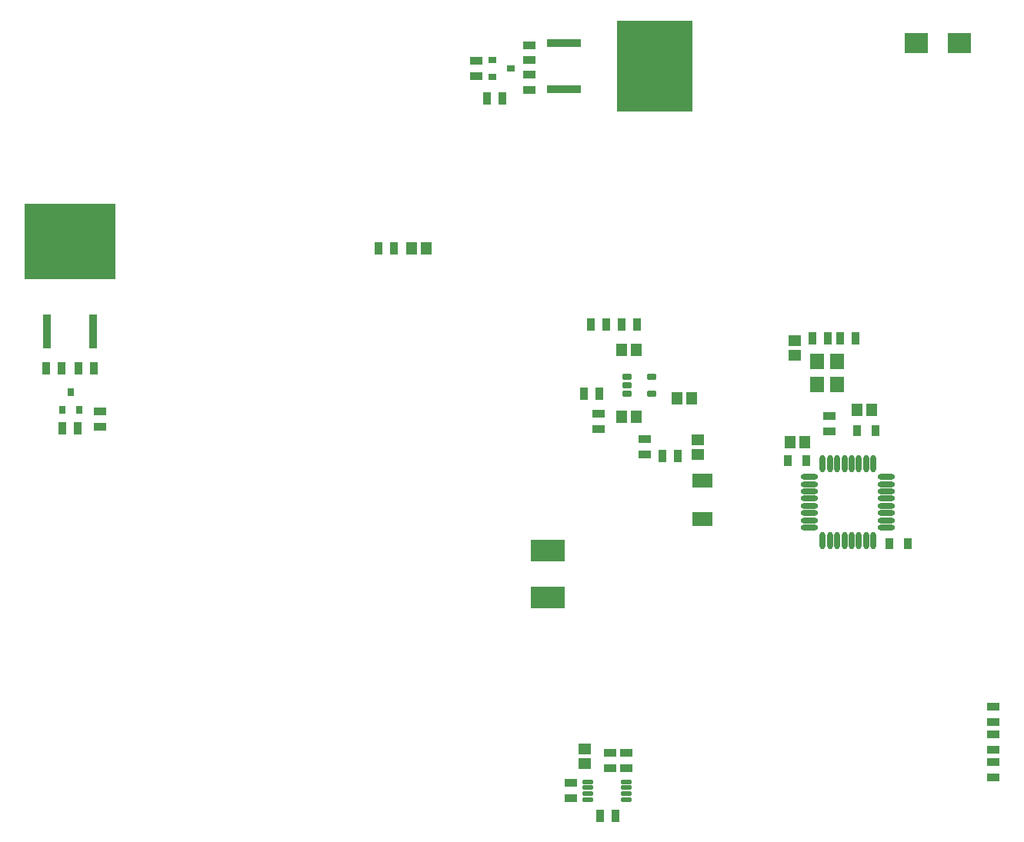
<source format=gbp>
%FSLAX23Y23*%
%MOIN*%
%SFA1B1*%

%IPPOS*%
%AMD87*
4,1,8,-0.022600,0.006900,-0.022600,-0.006900,-0.020700,-0.008900,0.020700,-0.008900,0.022600,-0.006900,0.022600,0.006900,0.020700,0.008900,-0.020700,0.008900,-0.022600,0.006900,0.0*
1,1,0.003900,-0.020700,0.006900*
1,1,0.003900,-0.020700,-0.006900*
1,1,0.003900,0.020700,-0.006900*
1,1,0.003900,0.020700,0.006900*
%
%AMD97*
4,1,8,0.019700,-0.009800,0.019700,0.009800,0.017700,0.011800,-0.017700,0.011800,-0.019700,0.009800,-0.019700,-0.009800,-0.017700,-0.011800,0.017700,-0.011800,0.019700,-0.009800,0.0*
1,1,0.004020,0.017700,-0.009800*
1,1,0.004020,0.017700,0.009800*
1,1,0.004020,-0.017700,0.009800*
1,1,0.004020,-0.017700,-0.009800*
%
%ADD25R,0.085830X0.063780*%
%ADD26R,0.053150X0.033470*%
%ADD27R,0.033470X0.053150*%
%ADD30R,0.057330X0.051360*%
%ADD31R,0.051360X0.057330*%
G04~CAMADD=87~8~0.0~0.0~177.2~452.8~19.5~0.0~15~0.0~0.0~0.0~0.0~0~0.0~0.0~0.0~0.0~0~0.0~0.0~0.0~90.0~454.0~177.0*
%ADD87D87*%
%ADD88R,0.151580X0.037400*%
%ADD89R,0.330710X0.397640*%
%ADD90R,0.037400X0.151580*%
%ADD91R,0.397640X0.330710*%
%ADD92R,0.037650X0.047490*%
%ADD93R,0.098430X0.086610*%
%ADD94R,0.031500X0.035430*%
%ADD95R,0.035430X0.031500*%
%ADD96R,0.145670X0.096460*%
G04~CAMADD=97~8~0.0~0.0~236.2~393.7~20.1~0.0~15~0.0~0.0~0.0~0.0~0~0.0~0.0~0.0~0.0~0~0.0~0.0~0.0~270.0~394.0~237.0*
%ADD97D97*%
%ADD98O,0.023620X0.076770*%
%ADD99O,0.076770X0.023620*%
%ADD100R,0.059060X0.066930*%
%LNpcb1-1*%
%LPD*%
G54D25*
X5220Y2843D03*
Y2676D03*
G54D26*
X6480Y1557D03*
Y1622D03*
X5770Y3122D03*
Y3057D03*
X4650Y1532D03*
Y1467D03*
X4970Y2957D03*
Y3022D03*
X4890Y1662D03*
Y1597D03*
X4240Y4662D03*
Y4597D03*
X2610Y3077D03*
Y3142D03*
X6480Y1862D03*
Y1797D03*
X4820Y1662D03*
Y1597D03*
X4470Y4730D03*
Y4665D03*
X4770Y3067D03*
Y3132D03*
X6480Y1742D03*
Y1677D03*
X4470Y4602D03*
Y4537D03*
G54D27*
X4737Y3520D03*
X4802D03*
X2517Y3330D03*
X2582D03*
X4777Y1390D03*
X4842D03*
X4870Y3520D03*
X4934D03*
X4352Y4500D03*
X4287D03*
X2447Y3070D03*
X2512D03*
X5697Y3460D03*
X5762D03*
X5882D03*
X5817D03*
X4707Y3220D03*
X4772D03*
X5112Y2950D03*
X5047D03*
X3817Y3850D03*
X3882D03*
X2377Y3330D03*
X2442D03*
G54D30*
X5200Y3021D03*
Y2958D03*
X4710Y1681D03*
Y1618D03*
X5620Y3451D03*
Y3388D03*
G54D31*
X4931Y3410D03*
X4868D03*
X4933Y3120D03*
X4870D03*
X5171Y3200D03*
X5108D03*
X5598Y3010D03*
X5661D03*
X5888Y3150D03*
X5951D03*
X4021Y3850D03*
X3958D03*
G54D87*
X4721Y1461D03*
Y1487D03*
Y1512D03*
X4888Y1487D03*
Y1512D03*
Y1538D03*
X4721D03*
X4888Y1461D03*
G54D88*
X4619Y4740D03*
Y4540D03*
G54D89*
X5011Y4640D03*
G54D90*
X2380Y3490D03*
X2580D03*
G54D91*
X2480Y3881D03*
G54D92*
X6110Y2570D03*
X6029D03*
X5589Y2930D03*
X5670D03*
X5889Y3060D03*
X5970D03*
G54D93*
X6147Y4740D03*
X6332D03*
G54D94*
X2445Y3150D03*
X2520D03*
X2482Y3228D03*
G54D95*
X4310Y4667D03*
Y4592D03*
X4389Y4630D03*
G54D96*
X4550Y2337D03*
Y2540D03*
G54D97*
X4891Y3257D03*
X5000Y3220D03*
Y3294D03*
X4891D03*
Y3220D03*
G54D98*
X5865Y2916D03*
X5739D03*
X5960Y2583D03*
X5771Y2916D03*
X5802D03*
X5834D03*
X5897D03*
X5928D03*
X5960D03*
X5928Y2583D03*
X5897D03*
X5865D03*
X5834D03*
X5802D03*
X5771D03*
X5739D03*
G54D99*
X6016Y2639D03*
X5683Y2860D03*
X6016D03*
Y2828D03*
Y2797D03*
Y2765D03*
Y2734D03*
Y2702D03*
Y2671D03*
X5683Y2639D03*
Y2671D03*
Y2702D03*
Y2734D03*
Y2765D03*
Y2797D03*
Y2828D03*
G54D100*
X5803Y3260D03*
X5716Y3360D03*
Y3260D03*
X5803Y3360D03*
M02*
</source>
